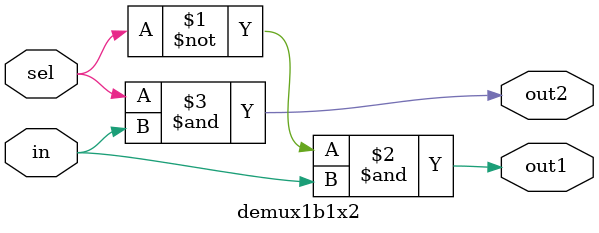
<source format=sv>
module demux1b1x2(out1,out2,in,sel);

input in,sel;
output out1,out2;

assign out1 = ~sel&in ;
assign out2 =  sel&in ;
 

endmodule

</source>
